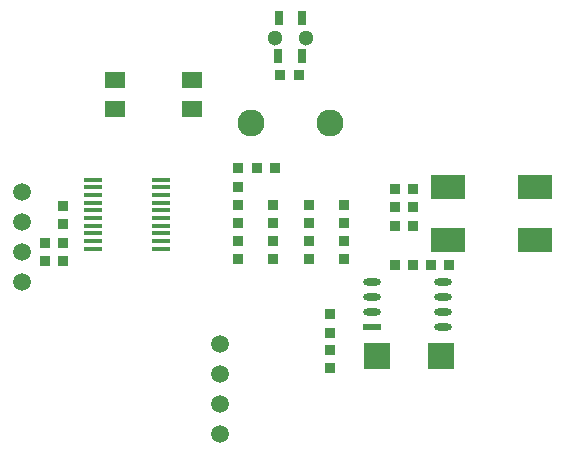
<source format=gbr>
%TF.GenerationSoftware,Altium Limited,Altium Designer,21.6.4 (81)*%
G04 Layer_Color=255*
%FSLAX43Y43*%
%MOMM*%
%TF.SameCoordinates,1CE7F002-25C6-4FEA-A4B7-191A7A1919B5*%
%TF.FilePolarity,Positive*%
%TF.FileFunction,Pads,Bot*%
%TF.Part,Single*%
G01*
G75*
%TA.AperFunction,SMDPad,CuDef*%
%ADD10R,0.850X0.900*%
%ADD11R,1.500X0.600*%
%ADD12O,1.500X0.600*%
%TA.AperFunction,ComponentPad*%
%ADD24C,1.300*%
%ADD25C,1.500*%
%TA.AperFunction,SMDPad,CuDef*%
%ADD28R,0.800X1.250*%
%ADD29R,0.900X0.850*%
%ADD30R,1.800X1.450*%
%ADD31R,2.300X2.300*%
%ADD32R,1.600X0.400*%
%ADD33R,3.000X2.000*%
%TA.AperFunction,ComponentPad*%
%ADD40C,2.286*%
D10*
X24605Y42760D02*
D03*
X26155D02*
D03*
X22600Y34850D02*
D03*
X24150D02*
D03*
X35838Y29985D02*
D03*
X34288D02*
D03*
X35855Y31560D02*
D03*
X34305D02*
D03*
X38905Y26660D02*
D03*
X37355D02*
D03*
X34315Y33140D02*
D03*
X35865D02*
D03*
X35832Y26660D02*
D03*
X34282D02*
D03*
X4695Y27040D02*
D03*
X6245D02*
D03*
X4695Y28570D02*
D03*
X6245D02*
D03*
D11*
X32413Y21407D02*
D03*
D12*
X38413Y25217D02*
D03*
Y23947D02*
D03*
Y22677D02*
D03*
Y21407D02*
D03*
X32413Y25217D02*
D03*
Y23947D02*
D03*
Y22677D02*
D03*
D24*
X26750Y45900D02*
D03*
X24150D02*
D03*
D25*
X2770Y25200D02*
D03*
Y27740D02*
D03*
Y30280D02*
D03*
Y32820D02*
D03*
X19535Y19950D02*
D03*
Y17410D02*
D03*
Y14870D02*
D03*
Y12330D02*
D03*
D28*
X26450Y44400D02*
D03*
X24450D02*
D03*
X24481Y47590D02*
D03*
X26481D02*
D03*
D29*
X28840Y17955D02*
D03*
Y19505D02*
D03*
Y20932D02*
D03*
Y22482D02*
D03*
X21000Y33310D02*
D03*
Y34860D02*
D03*
X6180Y30115D02*
D03*
Y31665D02*
D03*
X21000Y31775D02*
D03*
Y30225D02*
D03*
X20995Y28700D02*
D03*
Y27150D02*
D03*
X23995Y28700D02*
D03*
Y27150D02*
D03*
X24000Y31775D02*
D03*
Y30225D02*
D03*
X27000Y28700D02*
D03*
Y27150D02*
D03*
X27000Y31775D02*
D03*
Y30225D02*
D03*
X30000Y28700D02*
D03*
Y27150D02*
D03*
X30000Y31775D02*
D03*
Y30225D02*
D03*
D30*
X17175Y39845D02*
D03*
X10625D02*
D03*
X17175Y42295D02*
D03*
X10625D02*
D03*
D31*
X38190Y18980D02*
D03*
X32790D02*
D03*
D32*
X8790Y28035D02*
D03*
Y28685D02*
D03*
Y29335D02*
D03*
Y29985D02*
D03*
Y30635D02*
D03*
Y31285D02*
D03*
Y31935D02*
D03*
Y32585D02*
D03*
Y33235D02*
D03*
Y33885D02*
D03*
X14490D02*
D03*
Y32585D02*
D03*
Y31935D02*
D03*
Y31285D02*
D03*
Y30635D02*
D03*
Y29985D02*
D03*
Y29335D02*
D03*
Y28685D02*
D03*
Y28035D02*
D03*
Y33235D02*
D03*
D33*
X46175Y33250D02*
D03*
Y28750D02*
D03*
X38825Y33250D02*
D03*
Y28750D02*
D03*
D40*
X22130Y38665D02*
D03*
X28860D02*
D03*
%TF.MD5,7e6c1ba2a4f1591c103a5f94e91442b9*%
M02*

</source>
